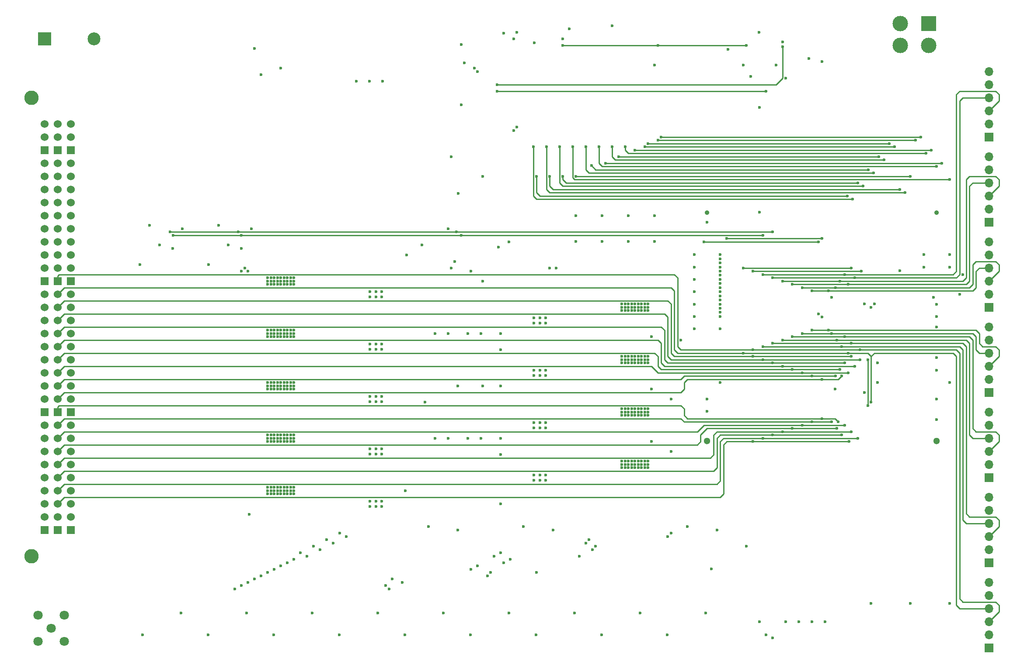
<source format=gbr>
G04 #@! TF.FileFunction,Copper,L2,Inr,Signal*
%FSLAX46Y46*%
G04 Gerber Fmt 4.6, Leading zero omitted, Abs format (unit mm)*
G04 Created by KiCad (PCBNEW 4.0.6) date Mon Aug  6 17:48:55 2018*
%MOMM*%
%LPD*%
G01*
G04 APERTURE LIST*
%ADD10C,0.100000*%
%ADD11R,2.500000X2.500000*%
%ADD12C,2.500000*%
%ADD13R,3.000000X3.000000*%
%ADD14C,3.000000*%
%ADD15R,1.700000X1.700000*%
%ADD16O,1.700000X1.700000*%
%ADD17C,2.800000*%
%ADD18R,1.524000X1.524000*%
%ADD19C,1.524000*%
%ADD20C,1.798320*%
%ADD21C,1.795780*%
%ADD22C,1.300000*%
%ADD23C,0.900000*%
%ADD24C,0.600000*%
%ADD25C,0.250000*%
G04 APERTURE END LIST*
D10*
D11*
X106680000Y-57150000D03*
D12*
X116200000Y-57150000D03*
D13*
X277815000Y-54220000D03*
D14*
X277815000Y-58420000D03*
X272315000Y-54220000D03*
X272315000Y-58420000D03*
D15*
X289560000Y-76200000D03*
D16*
X289560000Y-73660000D03*
X289560000Y-71120000D03*
X289560000Y-68580000D03*
X289560000Y-66040000D03*
X289560000Y-63500000D03*
D15*
X289560000Y-92710000D03*
D16*
X289560000Y-90170000D03*
X289560000Y-87630000D03*
X289560000Y-85090000D03*
X289560000Y-82550000D03*
X289560000Y-80010000D03*
D15*
X289560000Y-109220000D03*
D16*
X289560000Y-106680000D03*
X289560000Y-104140000D03*
X289560000Y-101600000D03*
X289560000Y-99060000D03*
X289560000Y-96520000D03*
D15*
X289560000Y-125730000D03*
D16*
X289560000Y-123190000D03*
X289560000Y-120650000D03*
X289560000Y-118110000D03*
X289560000Y-115570000D03*
X289560000Y-113030000D03*
D15*
X289560000Y-142240000D03*
D16*
X289560000Y-139700000D03*
X289560000Y-137160000D03*
X289560000Y-134620000D03*
X289560000Y-132080000D03*
X289560000Y-129540000D03*
D15*
X289560000Y-158750000D03*
D16*
X289560000Y-156210000D03*
X289560000Y-153670000D03*
X289560000Y-151130000D03*
X289560000Y-148590000D03*
X289560000Y-146050000D03*
D15*
X289560000Y-175260000D03*
D16*
X289560000Y-172720000D03*
X289560000Y-170180000D03*
X289560000Y-167640000D03*
X289560000Y-165100000D03*
X289560000Y-162560000D03*
D17*
X104140000Y-68580000D03*
X104140000Y-157480000D03*
D18*
X111760000Y-152400000D03*
D19*
X111760000Y-149860000D03*
X111760000Y-147320000D03*
X111760000Y-144780000D03*
X111760000Y-142240000D03*
X111760000Y-139700000D03*
X111760000Y-137160000D03*
X111760000Y-134620000D03*
X111760000Y-132080000D03*
D18*
X111760000Y-129540000D03*
D19*
X111760000Y-127000000D03*
X111760000Y-124460000D03*
X111760000Y-121920000D03*
X111760000Y-119380000D03*
X111760000Y-116840000D03*
X111760000Y-114300000D03*
X111760000Y-111760000D03*
X111760000Y-109220000D03*
X111760000Y-106680000D03*
D18*
X111760000Y-104140000D03*
D19*
X111760000Y-101600000D03*
X111760000Y-99060000D03*
X111760000Y-96520000D03*
X111760000Y-93980000D03*
X111760000Y-91440000D03*
X111760000Y-88900000D03*
X111760000Y-86360000D03*
X111760000Y-83820000D03*
X111760000Y-81280000D03*
D18*
X111760000Y-78740000D03*
D19*
X111760000Y-76200000D03*
X111760000Y-73660000D03*
D18*
X109220000Y-152400000D03*
D19*
X109220000Y-149860000D03*
X109220000Y-147320000D03*
X109220000Y-144780000D03*
X109220000Y-142240000D03*
X109220000Y-139700000D03*
X109220000Y-137160000D03*
X109220000Y-134620000D03*
X109220000Y-132080000D03*
D18*
X109220000Y-129540000D03*
D19*
X109220000Y-127000000D03*
X109220000Y-124460000D03*
X109220000Y-121920000D03*
X109220000Y-119380000D03*
X109220000Y-116840000D03*
X109220000Y-114300000D03*
X109220000Y-111760000D03*
X109220000Y-109220000D03*
X109220000Y-106680000D03*
D18*
X109220000Y-104140000D03*
D19*
X109220000Y-101600000D03*
X109220000Y-99060000D03*
X109220000Y-96520000D03*
X109220000Y-93980000D03*
X109220000Y-91440000D03*
X109220000Y-88900000D03*
X109220000Y-86360000D03*
X109220000Y-83820000D03*
X109220000Y-81280000D03*
D18*
X109220000Y-78740000D03*
D19*
X109220000Y-76200000D03*
X109220000Y-73660000D03*
D18*
X106680000Y-152400000D03*
D19*
X106680000Y-149860000D03*
X106680000Y-147320000D03*
X106680000Y-144780000D03*
X106680000Y-142240000D03*
X106680000Y-139700000D03*
X106680000Y-137160000D03*
X106680000Y-134620000D03*
X106680000Y-132080000D03*
D18*
X106680000Y-129540000D03*
D19*
X106680000Y-127000000D03*
X106680000Y-124460000D03*
X106680000Y-121920000D03*
X106680000Y-119380000D03*
X106680000Y-116840000D03*
X106680000Y-114300000D03*
X106680000Y-111760000D03*
X106680000Y-109220000D03*
X106680000Y-106680000D03*
D18*
X106680000Y-104140000D03*
D19*
X106680000Y-101600000D03*
X106680000Y-99060000D03*
X106680000Y-96520000D03*
X106680000Y-93980000D03*
X106680000Y-91440000D03*
X106680000Y-88900000D03*
X106680000Y-86360000D03*
X106680000Y-83820000D03*
X106680000Y-81280000D03*
D18*
X106680000Y-78740000D03*
D19*
X106680000Y-76200000D03*
X106680000Y-73660000D03*
D20*
X107950000Y-171450000D03*
D21*
X110490000Y-168910000D03*
X105410000Y-168910000D03*
X105410000Y-173990000D03*
X110490000Y-173990000D03*
D22*
X279406350Y-135130000D03*
D23*
X279406350Y-90930000D03*
D22*
X234956350Y-135130000D03*
D23*
X234956350Y-90930000D03*
D24*
X189230000Y-102235000D03*
X186055000Y-100330000D03*
X242570000Y-155575000D03*
X235729998Y-159990000D03*
X210185000Y-157480000D03*
X201930000Y-160640000D03*
X196850000Y-158115000D03*
X195580000Y-56110000D03*
X278765000Y-107315000D03*
X237456350Y-123830000D03*
X276906350Y-101430000D03*
X276906350Y-99030000D03*
X281906350Y-99030000D03*
X183835000Y-168545000D03*
X232456350Y-108630000D03*
X232456350Y-111030000D03*
X232456350Y-113430000D03*
X237456350Y-106230000D03*
X237456350Y-108630000D03*
X237456350Y-103830000D03*
X232456350Y-106230000D03*
X232456350Y-103830000D03*
X232456350Y-99030000D03*
X232456350Y-101430000D03*
X237456350Y-101430000D03*
X237456350Y-99030000D03*
X237456350Y-111030000D03*
X237456350Y-113430000D03*
X281906350Y-123830000D03*
X272288000Y-102108000D03*
X284480000Y-102870000D03*
X283845000Y-106680000D03*
X281906350Y-101430000D03*
X234950000Y-127030000D03*
X234950000Y-129430000D03*
X279400000Y-111030000D03*
X279400000Y-108630000D03*
X279400000Y-113030000D03*
X279400000Y-121430000D03*
X279400000Y-119030000D03*
X279400000Y-131030000D03*
X279400000Y-127030000D03*
X229870000Y-115570000D03*
X227965000Y-127000000D03*
X227965000Y-137160000D03*
X257810000Y-170200000D03*
X255270000Y-170200000D03*
X252730000Y-170200000D03*
X250190000Y-170200000D03*
X245110000Y-170200000D03*
X234635000Y-168545000D03*
X221935000Y-168545000D03*
X209235000Y-168545000D03*
X196535000Y-168545000D03*
X171135000Y-168545000D03*
X158435000Y-168545000D03*
X145735000Y-168545000D03*
X133035000Y-168545000D03*
X149860000Y-160655000D03*
X163830000Y-153035000D03*
X161290000Y-154305000D03*
X158750000Y-155575000D03*
X156210000Y-156845000D03*
X154940000Y-158115000D03*
X152400000Y-159385000D03*
X147320000Y-161925000D03*
X144780000Y-163195000D03*
X212090000Y-154305000D03*
X213360000Y-155575000D03*
X194945000Y-156845000D03*
X190500000Y-159385000D03*
X172720000Y-163195000D03*
X127000000Y-93345000D03*
X140335000Y-93345000D03*
X146304000Y-149352000D03*
X186690000Y-124460000D03*
X180340000Y-127635000D03*
X176530000Y-144780000D03*
X194945000Y-137795000D03*
X194945000Y-134620000D03*
X194945000Y-124460000D03*
X191500000Y-124460000D03*
X194945000Y-117475000D03*
X194945000Y-114300000D03*
X185420000Y-101600000D03*
X179705000Y-97155000D03*
X185420000Y-80010000D03*
X186788480Y-87152133D03*
X191516000Y-83820000D03*
X191500000Y-104140000D03*
X194564000Y-97536000D03*
X125095000Y-100965000D03*
X133350000Y-93980000D03*
X131445000Y-97790000D03*
X128905000Y-97155000D03*
X146685000Y-93980000D03*
X142240000Y-97155000D03*
X144780000Y-97790000D03*
X138430000Y-100965000D03*
X259715000Y-125095000D03*
X267970000Y-123825000D03*
X239030000Y-59245000D03*
X216535000Y-54610000D03*
X147320000Y-59055000D03*
X152400000Y-62865000D03*
X172085000Y-65420000D03*
X169545000Y-65420000D03*
X167005000Y-65420000D03*
X208280000Y-55245000D03*
X250180010Y-64770000D03*
X201455000Y-57973000D03*
X187325000Y-69961000D03*
X187960000Y-61860000D03*
X187325000Y-58309000D03*
X184785000Y-93980000D03*
X191135000Y-134620000D03*
X188595000Y-134620000D03*
X184785000Y-134620000D03*
X182245000Y-134620000D03*
X191135000Y-114300000D03*
X188595000Y-114300000D03*
X182245000Y-114300000D03*
X184785000Y-114300000D03*
X194945000Y-147320000D03*
X259080000Y-107315000D03*
X249555000Y-57785000D03*
X203708000Y-112268000D03*
X203708000Y-122428000D03*
X203708000Y-132588000D03*
X202565000Y-112268000D03*
X202565000Y-122428000D03*
X202565000Y-132588000D03*
X201422000Y-112268000D03*
X201422000Y-122428000D03*
X201422000Y-132588000D03*
X201422000Y-111252000D03*
X201422000Y-121412000D03*
X201422000Y-131572000D03*
X202565000Y-111252000D03*
X202565000Y-121412000D03*
X202565000Y-131572000D03*
X203708000Y-111252000D03*
X203708000Y-121412000D03*
X203708000Y-131572000D03*
X203708000Y-142748000D03*
X202565000Y-142748000D03*
X201422000Y-142748000D03*
X201422000Y-141732000D03*
X202565000Y-141732000D03*
X203708000Y-141732000D03*
X171958000Y-106172000D03*
X171958000Y-107188000D03*
X170815000Y-107188000D03*
X170815000Y-106172000D03*
X169672000Y-107188000D03*
X169672000Y-106172000D03*
X171958000Y-116332000D03*
X171958000Y-126492000D03*
X171958000Y-136652000D03*
X169672000Y-117348000D03*
X169672000Y-127508000D03*
X169672000Y-137668000D03*
X170815000Y-117348000D03*
X170815000Y-127508000D03*
X170815000Y-137668000D03*
X171958000Y-117348000D03*
X171958000Y-127508000D03*
X171958000Y-137668000D03*
X170815000Y-116332000D03*
X170815000Y-126492000D03*
X170815000Y-136652000D03*
X169672000Y-116332000D03*
X169672000Y-126492000D03*
X169672000Y-136652000D03*
X171958000Y-147828000D03*
X171958000Y-146812000D03*
X170815000Y-146812000D03*
X169672000Y-146812000D03*
X170815000Y-147828000D03*
X169672000Y-147828000D03*
X193040000Y-160655000D03*
X173990000Y-161925000D03*
X227965000Y-153035000D03*
X197485000Y-74930000D03*
X197485000Y-57150000D03*
X176784000Y-99060000D03*
X148590000Y-64135000D03*
X245110000Y-90805000D03*
X234950000Y-92710000D03*
X245110000Y-70485000D03*
X241935000Y-62230000D03*
X224790000Y-62230000D03*
X207010000Y-57150000D03*
X243384000Y-64455000D03*
X198120000Y-55880000D03*
X198120000Y-74295000D03*
X125635000Y-172720000D03*
X227235000Y-172720000D03*
X214535000Y-172720000D03*
X201835000Y-172720000D03*
X189135000Y-172720000D03*
X176435000Y-172720000D03*
X163735000Y-172720000D03*
X151035000Y-172720000D03*
X138335000Y-172720000D03*
X196596000Y-96520000D03*
X245030000Y-55880000D03*
X275336000Y-76835000D03*
X225425000Y-76835000D03*
X276352000Y-76200000D03*
X226060000Y-76200000D03*
X270256000Y-77470000D03*
X223520000Y-77470000D03*
X277368000Y-79375000D03*
X219075000Y-78105000D03*
X278384000Y-78740000D03*
X220980000Y-78740000D03*
X268224000Y-80010000D03*
X217805000Y-80010000D03*
X267208000Y-83185000D03*
X211455000Y-78105000D03*
X274320000Y-83820000D03*
X209550000Y-83820000D03*
X265176000Y-85725000D03*
X206375000Y-78105000D03*
X264160000Y-85090000D03*
X207010000Y-83820000D03*
X273304000Y-86995000D03*
X203835000Y-78105000D03*
X272288000Y-86360000D03*
X204470000Y-83820000D03*
X263144000Y-88265000D03*
X201295000Y-78105000D03*
X219710000Y-91455000D03*
X237456350Y-102230000D03*
X219710000Y-96505000D03*
X237456350Y-103030000D03*
X214630000Y-91455000D03*
X237456350Y-104630000D03*
X237456350Y-109430000D03*
X205678000Y-101600000D03*
X237456350Y-110230000D03*
X204470000Y-101600000D03*
X151130000Y-104775000D03*
X151130000Y-104140000D03*
X150495000Y-104775000D03*
X149860000Y-104775000D03*
X154940000Y-103505000D03*
X154940000Y-104775000D03*
X154305000Y-103505000D03*
X154305000Y-104775000D03*
X154305000Y-104140000D03*
X154940000Y-104140000D03*
X153670000Y-104775000D03*
X152400000Y-103505000D03*
X151765000Y-104140000D03*
X152400000Y-104140000D03*
X152400000Y-104775000D03*
X151765000Y-104775000D03*
X151765000Y-103505000D03*
X153670000Y-103505000D03*
X153670000Y-104140000D03*
X153035000Y-103505000D03*
X153035000Y-104140000D03*
X153035000Y-104775000D03*
X151130000Y-103505000D03*
X149860000Y-103505000D03*
X149860000Y-104140000D03*
X150495000Y-104140000D03*
X150495000Y-103505000D03*
X218440000Y-109855000D03*
X218440000Y-108585000D03*
X219075000Y-108585000D03*
X219075000Y-109220000D03*
X219075000Y-109855000D03*
X218440000Y-109220000D03*
X219710000Y-109855000D03*
X219710000Y-108585000D03*
X219710000Y-109220000D03*
X220345000Y-109855000D03*
X220345000Y-109220000D03*
X220345000Y-108585000D03*
X220980000Y-109855000D03*
X221615000Y-109855000D03*
X221615000Y-108585000D03*
X220980000Y-108585000D03*
X221615000Y-109220000D03*
X220980000Y-109220000D03*
X222250000Y-108585000D03*
X222250000Y-109855000D03*
X223520000Y-109855000D03*
X223520000Y-109220000D03*
X222885000Y-109220000D03*
X222250000Y-109220000D03*
X222885000Y-108585000D03*
X223520000Y-108585000D03*
X222885000Y-109855000D03*
X151130000Y-114935000D03*
X151130000Y-114300000D03*
X150495000Y-114935000D03*
X149860000Y-114935000D03*
X154940000Y-113665000D03*
X154940000Y-114935000D03*
X154305000Y-113665000D03*
X154305000Y-114935000D03*
X154305000Y-114300000D03*
X154940000Y-114300000D03*
X153670000Y-114935000D03*
X152400000Y-113665000D03*
X151765000Y-114300000D03*
X152400000Y-114300000D03*
X152400000Y-114935000D03*
X151765000Y-114935000D03*
X151765000Y-113665000D03*
X153670000Y-113665000D03*
X153670000Y-114300000D03*
X153035000Y-113665000D03*
X153035000Y-114300000D03*
X153035000Y-114935000D03*
X151130000Y-113665000D03*
X149860000Y-113665000D03*
X149860000Y-114300000D03*
X150495000Y-114300000D03*
X150495000Y-113665000D03*
X218440000Y-120015000D03*
X218440000Y-118745000D03*
X219075000Y-118745000D03*
X219075000Y-119380000D03*
X219075000Y-120015000D03*
X218440000Y-119380000D03*
X219710000Y-120015000D03*
X219710000Y-118745000D03*
X219710000Y-119380000D03*
X220345000Y-120015000D03*
X220345000Y-119380000D03*
X220345000Y-118745000D03*
X220980000Y-120015000D03*
X221615000Y-120015000D03*
X221615000Y-118745000D03*
X220980000Y-118745000D03*
X221615000Y-119380000D03*
X220980000Y-119380000D03*
X222250000Y-118745000D03*
X222250000Y-120015000D03*
X223520000Y-120015000D03*
X223520000Y-119380000D03*
X222885000Y-119380000D03*
X222250000Y-119380000D03*
X222885000Y-118745000D03*
X223520000Y-118745000D03*
X222885000Y-120015000D03*
X151130000Y-125095000D03*
X151130000Y-124460000D03*
X150495000Y-125095000D03*
X149860000Y-125095000D03*
X154940000Y-123825000D03*
X154940000Y-125095000D03*
X154305000Y-123825000D03*
X154305000Y-125095000D03*
X154305000Y-124460000D03*
X154940000Y-124460000D03*
X153670000Y-125095000D03*
X152400000Y-123825000D03*
X151765000Y-124460000D03*
X152400000Y-124460000D03*
X152400000Y-125095000D03*
X151765000Y-125095000D03*
X151765000Y-123825000D03*
X153670000Y-123825000D03*
X153670000Y-124460000D03*
X153035000Y-123825000D03*
X153035000Y-124460000D03*
X153035000Y-125095000D03*
X151130000Y-123825000D03*
X149860000Y-123825000D03*
X149860000Y-124460000D03*
X150495000Y-124460000D03*
X150495000Y-123825000D03*
X218440000Y-130175000D03*
X218440000Y-128905000D03*
X219075000Y-128905000D03*
X219075000Y-129540000D03*
X219075000Y-130175000D03*
X218440000Y-129540000D03*
X219710000Y-130175000D03*
X219710000Y-128905000D03*
X219710000Y-129540000D03*
X220345000Y-130175000D03*
X220345000Y-129540000D03*
X220345000Y-128905000D03*
X220980000Y-130175000D03*
X221615000Y-130175000D03*
X221615000Y-128905000D03*
X220980000Y-128905000D03*
X221615000Y-129540000D03*
X220980000Y-129540000D03*
X222250000Y-128905000D03*
X222250000Y-130175000D03*
X223520000Y-130175000D03*
X223520000Y-129540000D03*
X222885000Y-129540000D03*
X222250000Y-129540000D03*
X222885000Y-128905000D03*
X223520000Y-128905000D03*
X222885000Y-130175000D03*
X151130000Y-135255000D03*
X151130000Y-134620000D03*
X150495000Y-135255000D03*
X149860000Y-135255000D03*
X154940000Y-133985000D03*
X154940000Y-135255000D03*
X154305000Y-133985000D03*
X154305000Y-135255000D03*
X154305000Y-134620000D03*
X154940000Y-134620000D03*
X153670000Y-135255000D03*
X152400000Y-133985000D03*
X151765000Y-134620000D03*
X152400000Y-134620000D03*
X152400000Y-135255000D03*
X151765000Y-135255000D03*
X151765000Y-133985000D03*
X153670000Y-133985000D03*
X153670000Y-134620000D03*
X153035000Y-133985000D03*
X153035000Y-134620000D03*
X153035000Y-135255000D03*
X151130000Y-133985000D03*
X149860000Y-133985000D03*
X149860000Y-134620000D03*
X150495000Y-134620000D03*
X150495000Y-133985000D03*
X223520000Y-139065000D03*
X222885000Y-139065000D03*
X222250000Y-139065000D03*
X221615000Y-139065000D03*
X220980000Y-139065000D03*
X220980000Y-139700000D03*
X221615000Y-139700000D03*
X222250000Y-139700000D03*
X222885000Y-139700000D03*
X223520000Y-139700000D03*
X223520000Y-140335000D03*
X222885000Y-140335000D03*
X222250000Y-140335000D03*
X221615000Y-140335000D03*
X220980000Y-140335000D03*
X220345000Y-140335000D03*
X220345000Y-139700000D03*
X220345000Y-139065000D03*
X219710000Y-139065000D03*
X219710000Y-139700000D03*
X219710000Y-140335000D03*
X219075000Y-140335000D03*
X219075000Y-139700000D03*
X219075000Y-139065000D03*
X218440000Y-139065000D03*
X218440000Y-139700000D03*
X218440000Y-140335000D03*
X149860000Y-145415000D03*
X150495000Y-145415000D03*
X151130000Y-145415000D03*
X151765000Y-145415000D03*
X152400000Y-145415000D03*
X153035000Y-145415000D03*
X153670000Y-145415000D03*
X154305000Y-145415000D03*
X154940000Y-145415000D03*
X154940000Y-144780000D03*
X154305000Y-144780000D03*
X153670000Y-144780000D03*
X153035000Y-144780000D03*
X152400000Y-144780000D03*
X151765000Y-144780000D03*
X151130000Y-144780000D03*
X150495000Y-144780000D03*
X149860000Y-144780000D03*
X149860000Y-144145000D03*
X150495000Y-144145000D03*
X151130000Y-144145000D03*
X151765000Y-144145000D03*
X152400000Y-144145000D03*
X153035000Y-144145000D03*
X153670000Y-144145000D03*
X154305000Y-144145000D03*
X154940000Y-144145000D03*
X262890000Y-118745000D03*
X243840000Y-118745000D03*
X264550990Y-119380000D03*
X245745000Y-119380000D03*
X247650000Y-120015000D03*
X261620000Y-120015000D03*
X249555000Y-120650000D03*
X263525000Y-120650000D03*
X251460000Y-121285000D03*
X260694998Y-121285000D03*
X253365000Y-121920000D03*
X262255000Y-121920000D03*
X255270000Y-122555000D03*
X259850000Y-122555000D03*
X257175000Y-123190000D03*
X260985000Y-122555000D03*
X257175000Y-130810000D03*
X260350000Y-131445000D03*
X259080000Y-131445000D03*
X255270000Y-131445000D03*
X253365000Y-132080000D03*
X261620000Y-132080000D03*
X251460000Y-132715000D03*
X260044998Y-132715000D03*
X249555000Y-133350000D03*
X262890000Y-133350000D03*
X247650000Y-133985000D03*
X260970000Y-133985000D03*
X245745000Y-134620000D03*
X264160000Y-134620000D03*
X262465736Y-135255000D03*
X243840000Y-135255000D03*
X187325000Y-95250000D03*
X131572000Y-95250000D03*
X245745000Y-95250000D03*
X144780000Y-95250000D03*
X261620000Y-102870000D03*
X245745000Y-102870000D03*
X186436000Y-94615000D03*
X130937000Y-94615000D03*
X247650000Y-94615000D03*
X144145000Y-94615000D03*
X263525000Y-103505000D03*
X247650000Y-103505000D03*
X199390000Y-151765000D03*
X180975000Y-151765000D03*
X189865000Y-62865000D03*
X231140000Y-151765000D03*
X260694998Y-104140000D03*
X249555000Y-104140000D03*
X205105000Y-152400000D03*
X190500000Y-63500000D03*
X186690000Y-152400000D03*
X236855000Y-152400000D03*
X262255000Y-104775000D03*
X251460000Y-104775000D03*
X259850000Y-105410000D03*
X253365000Y-105410000D03*
X258445000Y-106045000D03*
X255270000Y-106045000D03*
X258445000Y-113665000D03*
X255270000Y-113665000D03*
X259080000Y-114300000D03*
X253365000Y-114300000D03*
X261620000Y-114935000D03*
X251460000Y-114935000D03*
X260044998Y-115570000D03*
X249555000Y-115570000D03*
X262890000Y-116205000D03*
X247650000Y-116205000D03*
X260970000Y-116840000D03*
X245745000Y-116840000D03*
X264545000Y-117475000D03*
X266065000Y-119380000D03*
X266065000Y-128270000D03*
X243840000Y-117475000D03*
X266700000Y-127635000D03*
X262255000Y-118110000D03*
X241935000Y-118110000D03*
X238760226Y-95882909D03*
X257175000Y-111125000D03*
X257175000Y-95885000D03*
X247650000Y-173355000D03*
X257175000Y-61595000D03*
X256540000Y-110490000D03*
X246380000Y-172720000D03*
X256540000Y-96520000D03*
X234315000Y-96520000D03*
X254635000Y-60960000D03*
X224155000Y-135255000D03*
X144780000Y-102235000D03*
X224155000Y-125095000D03*
X145415000Y-101600000D03*
X224155000Y-114935000D03*
X146050000Y-102235000D03*
X246380000Y-67310000D03*
X194310000Y-67310000D03*
X249555000Y-58735000D03*
X194310000Y-66040000D03*
X242570000Y-58420000D03*
X225425000Y-58420000D03*
X207010000Y-58420000D03*
X265430000Y-125730000D03*
X265430000Y-108585000D03*
X262890000Y-101600000D03*
X241935000Y-101600000D03*
X264795000Y-102235000D03*
X243840000Y-102235000D03*
X271272000Y-78105000D03*
X222885000Y-78105000D03*
X269240000Y-80645000D03*
X216535000Y-78105000D03*
X279400000Y-81915000D03*
X213995000Y-78105000D03*
X215265000Y-81280000D03*
X280416000Y-81280000D03*
X266192000Y-82550000D03*
X212583000Y-81773000D03*
X281940000Y-84455000D03*
X208915000Y-78105000D03*
X262128000Y-87630000D03*
X201930000Y-83820000D03*
X224790000Y-91455000D03*
X237456350Y-99830000D03*
X224790000Y-96505000D03*
X237456350Y-100630000D03*
X214630000Y-96505000D03*
X237456350Y-105430000D03*
X209550000Y-91455000D03*
X237456350Y-107030000D03*
X209550000Y-96505000D03*
X237456350Y-107830000D03*
X173355000Y-163830000D03*
X143510000Y-163830000D03*
X175895000Y-162560000D03*
X146050000Y-162560000D03*
X148590000Y-161290000D03*
X192405000Y-161290000D03*
X151130000Y-160020000D03*
X189230000Y-160020000D03*
X195580000Y-158750000D03*
X153670000Y-158750000D03*
X193675000Y-157480000D03*
X157480000Y-157480000D03*
X160020000Y-156210000D03*
X212725000Y-156210000D03*
X162560000Y-154940000D03*
X211455000Y-154940000D03*
X248285000Y-62230000D03*
X165100000Y-153670000D03*
X227330000Y-153670000D03*
X266700000Y-166690000D03*
X267970000Y-119994540D03*
X281940000Y-166690000D03*
X267335000Y-108585000D03*
X274320000Y-166690000D03*
X266715227Y-109219393D03*
D25*
X225425000Y-76835000D02*
X275336000Y-76835000D01*
X226060000Y-76200000D02*
X276352000Y-76200000D01*
X223520000Y-77470000D02*
X270256000Y-77470000D01*
X277368000Y-79375000D02*
X219710000Y-79375000D01*
X219075000Y-78740000D02*
X219710000Y-79375000D01*
X219075000Y-78105000D02*
X219075000Y-78740000D01*
X220980000Y-78740000D02*
X278384000Y-78740000D01*
X217805000Y-80010000D02*
X268224000Y-80010000D01*
X212090000Y-83185000D02*
X267208000Y-83185000D01*
X211455000Y-82550000D02*
X212090000Y-83185000D01*
X211455000Y-78105000D02*
X211455000Y-82550000D01*
X274320000Y-83820000D02*
X209550000Y-83820000D01*
X207010000Y-85725000D02*
X265176000Y-85725000D01*
X206375000Y-85090000D02*
X207010000Y-85725000D01*
X206375000Y-78105000D02*
X206375000Y-85090000D01*
X207645000Y-85090000D02*
X264160000Y-85090000D01*
X207010000Y-84455000D02*
X207645000Y-85090000D01*
X207010000Y-83820000D02*
X207010000Y-84455000D01*
X204470000Y-86995000D02*
X273304000Y-86995000D01*
X203835000Y-86360000D02*
X204470000Y-86995000D01*
X203835000Y-78105000D02*
X203835000Y-86360000D01*
X205105000Y-86360000D02*
X272288000Y-86360000D01*
X204470000Y-85725000D02*
X205105000Y-86360000D01*
X204470000Y-83820000D02*
X204470000Y-85725000D01*
X201930000Y-88265000D02*
X263144000Y-88265000D01*
X201295000Y-87630000D02*
X201930000Y-88265000D01*
X201295000Y-78105000D02*
X201295000Y-87630000D01*
X243840000Y-118745000D02*
X228600000Y-118745000D01*
X228600000Y-118745000D02*
X227965000Y-118110000D01*
X227965000Y-118110000D02*
X227965000Y-108585000D01*
X227965000Y-108585000D02*
X227330000Y-107950000D01*
X227330000Y-107950000D02*
X110490000Y-107950000D01*
X110490000Y-107950000D02*
X109220000Y-109220000D01*
X262890000Y-118745000D02*
X243840000Y-118745000D01*
X245745000Y-119380000D02*
X227965000Y-119380000D01*
X227965000Y-119380000D02*
X227330000Y-118745000D01*
X227330000Y-118745000D02*
X227330000Y-111125000D01*
X227330000Y-111125000D02*
X226695000Y-110490000D01*
X226695000Y-110490000D02*
X110490000Y-110490000D01*
X110490000Y-110490000D02*
X109220000Y-111760000D01*
X245745000Y-119380000D02*
X264550990Y-119380000D01*
X247650000Y-120015000D02*
X227330000Y-120015000D01*
X227330000Y-120015000D02*
X226695000Y-119380000D01*
X226695000Y-119380000D02*
X226695000Y-113665000D01*
X226695000Y-113665000D02*
X226060000Y-113030000D01*
X226060000Y-113030000D02*
X110490000Y-113030000D01*
X110490000Y-113030000D02*
X109220000Y-114300000D01*
X247650000Y-120015000D02*
X261620000Y-120015000D01*
X249555000Y-120650000D02*
X226695000Y-120650000D01*
X226060000Y-116205000D02*
X225425000Y-115570000D01*
X226695000Y-120650000D02*
X226060000Y-120015000D01*
X226060000Y-120015000D02*
X226060000Y-116205000D01*
X225425000Y-115570000D02*
X110490000Y-115570000D01*
X110490000Y-115570000D02*
X109220000Y-116840000D01*
X263525000Y-120650000D02*
X249555000Y-120650000D01*
X251460000Y-121285000D02*
X226060000Y-121285000D01*
X226060000Y-121285000D02*
X225425000Y-120650000D01*
X225425000Y-120650000D02*
X225425000Y-118745000D01*
X224790000Y-118110000D02*
X110490000Y-118110000D01*
X225425000Y-118745000D02*
X224790000Y-118110000D01*
X110490000Y-118110000D02*
X109220000Y-119380000D01*
X260694998Y-121285000D02*
X251460000Y-121285000D01*
X253365000Y-121920000D02*
X225425000Y-121920000D01*
X110490000Y-120650000D02*
X109220000Y-121920000D01*
X225425000Y-121920000D02*
X224155000Y-120650000D01*
X224155000Y-120650000D02*
X110490000Y-120650000D01*
X262255000Y-121920000D02*
X253365000Y-121920000D01*
X259850000Y-122555000D02*
X255270000Y-122555000D01*
X110490000Y-123190000D02*
X109220000Y-124460000D01*
X229870000Y-123190000D02*
X110490000Y-123190000D01*
X229870000Y-123190000D02*
X230505000Y-122555000D01*
X255270000Y-122555000D02*
X230505000Y-122555000D01*
X260350000Y-123190000D02*
X257175000Y-123190000D01*
X257175000Y-123190000D02*
X231140000Y-123190000D01*
X230505000Y-123825000D02*
X231140000Y-123190000D01*
X230505000Y-125095000D02*
X230505000Y-123825000D01*
X229870000Y-125730000D02*
X230505000Y-125095000D01*
X110490000Y-125730000D02*
X109220000Y-127000000D01*
X229870000Y-125730000D02*
X110490000Y-125730000D01*
X260985000Y-122555000D02*
X260350000Y-123190000D01*
X257175000Y-130810000D02*
X259715000Y-130810000D01*
X109220000Y-129540000D02*
X109220000Y-128528000D01*
X109220000Y-128528000D02*
X109478000Y-128270000D01*
X109478000Y-128270000D02*
X229870000Y-128270000D01*
X230505000Y-128905000D02*
X229870000Y-128270000D01*
X230505000Y-130175000D02*
X230505000Y-128905000D01*
X257175000Y-130810000D02*
X231140000Y-130810000D01*
X231140000Y-130810000D02*
X230505000Y-130175000D01*
X260350000Y-131445000D02*
X259715000Y-130810000D01*
X255270000Y-131445000D02*
X259080000Y-131445000D01*
X110490000Y-130810000D02*
X109220000Y-132080000D01*
X230505000Y-131445000D02*
X229870000Y-130810000D01*
X229870000Y-130810000D02*
X110490000Y-130810000D01*
X255270000Y-131445000D02*
X230505000Y-131445000D01*
X253365000Y-132080000D02*
X261620000Y-132080000D01*
X253365000Y-132080000D02*
X234315000Y-132080000D01*
X234315000Y-132080000D02*
X233045000Y-133350000D01*
X233045000Y-133350000D02*
X110490000Y-133350000D01*
X110490000Y-133350000D02*
X109220000Y-134620000D01*
X251460000Y-132715000D02*
X234950000Y-132715000D01*
X234950000Y-132715000D02*
X233680000Y-133985000D01*
X233680000Y-133985000D02*
X233680000Y-135255000D01*
X233680000Y-135255000D02*
X233045000Y-135890000D01*
X233045000Y-135890000D02*
X110490000Y-135890000D01*
X110490000Y-135890000D02*
X109220000Y-137160000D01*
X260044998Y-132715000D02*
X251460000Y-132715000D01*
X236855000Y-133350000D02*
X249555000Y-133350000D01*
X109220000Y-139700000D02*
X110490000Y-138430000D01*
X110490000Y-138430000D02*
X235585000Y-138430000D01*
X235585000Y-138430000D02*
X236220000Y-137795000D01*
X236220000Y-137795000D02*
X236220000Y-133985000D01*
X236220000Y-133985000D02*
X236855000Y-133350000D01*
X249555000Y-133350000D02*
X262890000Y-133350000D01*
X247650000Y-133985000D02*
X237490000Y-133985000D01*
X109220000Y-142240000D02*
X110490000Y-140970000D01*
X236220000Y-140970000D02*
X236855000Y-140335000D01*
X110490000Y-140970000D02*
X236220000Y-140970000D01*
X236855000Y-140335000D02*
X236855000Y-134620000D01*
X236855000Y-134620000D02*
X237490000Y-133985000D01*
X260970000Y-133985000D02*
X247650000Y-133985000D01*
X109220000Y-144780000D02*
X110490000Y-143510000D01*
X110490000Y-143510000D02*
X236855000Y-143510000D01*
X236855000Y-143510000D02*
X237490000Y-142875000D01*
X237490000Y-142875000D02*
X237490000Y-135255000D01*
X237490000Y-135255000D02*
X238125000Y-134620000D01*
X238125000Y-134620000D02*
X245745000Y-134620000D01*
X245745000Y-134620000D02*
X264160000Y-134620000D01*
X243840000Y-135255000D02*
X262465736Y-135255000D01*
X238760000Y-135255000D02*
X243840000Y-135255000D01*
X238760000Y-135255000D02*
X238125000Y-135890000D01*
X109220000Y-147320000D02*
X110490000Y-146050000D01*
X110490000Y-146050000D02*
X237490000Y-146050000D01*
X237490000Y-146050000D02*
X238125000Y-145415000D01*
X238125000Y-145415000D02*
X238125000Y-135890000D01*
X187325000Y-95250000D02*
X144780000Y-95250000D01*
X187325000Y-95250000D02*
X245745000Y-95250000D01*
X144780000Y-95250000D02*
X131572000Y-95250000D01*
X289560000Y-71120000D02*
X291465000Y-69215000D01*
X291465000Y-69215000D02*
X291465000Y-67945000D01*
X291465000Y-67945000D02*
X290830000Y-67310000D01*
X283845000Y-67310000D02*
X283210000Y-67945000D01*
X290830000Y-67310000D02*
X283845000Y-67310000D01*
X283210000Y-67945000D02*
X283210000Y-102235000D01*
X283210000Y-102235000D02*
X282575000Y-102870000D01*
X282575000Y-102870000D02*
X261620000Y-102870000D01*
X245745000Y-102870000D02*
X261620000Y-102870000D01*
X186436000Y-94615000D02*
X144145000Y-94615000D01*
X186436000Y-94615000D02*
X247650000Y-94615000D01*
X144145000Y-94615000D02*
X130937000Y-94615000D01*
X284480000Y-68580000D02*
X289560000Y-68580000D01*
X283845000Y-69215000D02*
X284480000Y-68580000D01*
X283845000Y-102870000D02*
X283845000Y-69215000D01*
X263525000Y-103505000D02*
X283210000Y-103505000D01*
X283210000Y-103505000D02*
X283845000Y-102870000D01*
X247650000Y-103505000D02*
X263525000Y-103505000D01*
X285115000Y-84455000D02*
X285115000Y-103505000D01*
X284480000Y-104140000D02*
X260694998Y-104140000D01*
X285115000Y-103505000D02*
X284480000Y-104140000D01*
X285750000Y-83820000D02*
X285115000Y-84455000D01*
X290830000Y-83820000D02*
X285750000Y-83820000D01*
X291465000Y-84455000D02*
X290830000Y-83820000D01*
X291465000Y-85725000D02*
X291465000Y-84455000D01*
X289560000Y-87630000D02*
X291465000Y-85725000D01*
X249555000Y-104140000D02*
X260694998Y-104140000D01*
X285115000Y-104775000D02*
X262255000Y-104775000D01*
X285750000Y-104140000D02*
X285115000Y-104775000D01*
X285750000Y-85725000D02*
X285750000Y-104140000D01*
X286385000Y-85090000D02*
X285750000Y-85725000D01*
X289560000Y-85090000D02*
X286385000Y-85090000D01*
X251460000Y-104775000D02*
X262255000Y-104775000D01*
X285750000Y-105410000D02*
X259850000Y-105410000D01*
X286385000Y-104775000D02*
X285750000Y-105410000D01*
X286385000Y-100965000D02*
X286385000Y-104775000D01*
X287020000Y-100330000D02*
X286385000Y-100965000D01*
X290830000Y-100330000D02*
X287020000Y-100330000D01*
X291465000Y-100965000D02*
X290830000Y-100330000D01*
X291465000Y-102235000D02*
X291465000Y-100965000D01*
X289560000Y-104140000D02*
X291465000Y-102235000D01*
X253365000Y-105410000D02*
X259850000Y-105410000D01*
X255270000Y-106045000D02*
X258445000Y-106045000D01*
X258445000Y-106045000D02*
X286385000Y-106045000D01*
X287655000Y-101600000D02*
X289560000Y-101600000D01*
X287020000Y-102235000D02*
X287655000Y-101600000D01*
X287020000Y-105410000D02*
X287020000Y-102235000D01*
X286385000Y-106045000D02*
X287020000Y-105410000D01*
X255270000Y-113665000D02*
X258445000Y-113665000D01*
X258445000Y-113665000D02*
X287020000Y-113665000D01*
X290830000Y-116840000D02*
X288290000Y-116840000D01*
X287655000Y-116205000D02*
X288290000Y-116840000D01*
X287655000Y-114300000D02*
X287655000Y-116205000D01*
X287020000Y-113665000D02*
X287655000Y-114300000D01*
X291465000Y-117475000D02*
X290830000Y-116840000D01*
X291465000Y-118745000D02*
X291465000Y-117475000D01*
X289560000Y-120650000D02*
X291465000Y-118745000D01*
X287655000Y-118110000D02*
X289560000Y-118110000D01*
X287020000Y-117475000D02*
X287655000Y-118110000D01*
X287020000Y-114935000D02*
X287020000Y-117475000D01*
X286385000Y-114300000D02*
X287020000Y-114935000D01*
X259080000Y-114300000D02*
X286385000Y-114300000D01*
X253365000Y-114300000D02*
X259080000Y-114300000D01*
X290830000Y-133350000D02*
X287020000Y-133350000D01*
X286385000Y-132715000D02*
X287020000Y-133350000D01*
X286385000Y-115570000D02*
X286385000Y-132715000D01*
X285750000Y-114935000D02*
X286385000Y-115570000D01*
X261620000Y-114935000D02*
X285750000Y-114935000D01*
X291465000Y-133985000D02*
X290830000Y-133350000D01*
X291465000Y-135255000D02*
X291465000Y-133985000D01*
X289560000Y-137160000D02*
X291465000Y-135255000D01*
X261620000Y-114935000D02*
X251460000Y-114935000D01*
X286385000Y-134620000D02*
X289560000Y-134620000D01*
X285750000Y-133985000D02*
X286385000Y-134620000D01*
X285750000Y-116205000D02*
X285750000Y-133985000D01*
X285115000Y-115570000D02*
X285750000Y-116205000D01*
X260044998Y-115570000D02*
X285115000Y-115570000D01*
X249555000Y-115570000D02*
X260044998Y-115570000D01*
X284480000Y-116205000D02*
X262890000Y-116205000D01*
X285115000Y-116840000D02*
X284480000Y-116205000D01*
X285115000Y-149225000D02*
X285115000Y-116840000D01*
X290830000Y-149860000D02*
X285750000Y-149860000D01*
X285750000Y-149860000D02*
X285115000Y-149225000D01*
X291465000Y-150495000D02*
X290830000Y-149860000D01*
X291465000Y-151765000D02*
X291465000Y-150495000D01*
X289560000Y-153670000D02*
X291465000Y-151765000D01*
X262890000Y-116205000D02*
X247650000Y-116205000D01*
X260970000Y-116840000D02*
X283845000Y-116840000D01*
X284480000Y-117475000D02*
X283845000Y-116840000D01*
X284480000Y-150495000D02*
X284480000Y-117475000D01*
X285115000Y-151130000D02*
X284480000Y-150495000D01*
X285115000Y-151130000D02*
X289560000Y-151130000D01*
X245745000Y-116840000D02*
X260970000Y-116840000D01*
X264545000Y-117475000D02*
X283210000Y-117475000D01*
X283845000Y-165735000D02*
X284480000Y-166370000D01*
X291465000Y-168275000D02*
X289560000Y-170180000D01*
X283210000Y-117475000D02*
X283845000Y-118110000D01*
X283845000Y-118110000D02*
X283845000Y-165735000D01*
X284480000Y-166370000D02*
X290830000Y-166370000D01*
X290830000Y-166370000D02*
X291465000Y-167005000D01*
X291465000Y-167005000D02*
X291465000Y-168275000D01*
X264545000Y-117475000D02*
X243840000Y-117475000D01*
X243840000Y-117475000D02*
X229870000Y-117475000D01*
X229870000Y-117475000D02*
X229235000Y-116840000D01*
X228600000Y-102870000D02*
X109478000Y-102870000D01*
X109220000Y-103128000D02*
X109220000Y-104140000D01*
X229235000Y-116840000D02*
X229235000Y-103505000D01*
X229235000Y-103505000D02*
X228600000Y-102870000D01*
X109478000Y-102870000D02*
X109220000Y-103128000D01*
X266065000Y-128270000D02*
X266065000Y-119380000D01*
X227965000Y-105410000D02*
X110490000Y-105410000D01*
X228600000Y-106045000D02*
X227965000Y-105410000D01*
X241935000Y-118110000D02*
X229235000Y-118110000D01*
X229235000Y-118110000D02*
X228600000Y-117475000D01*
X228600000Y-117475000D02*
X228600000Y-106045000D01*
X282575000Y-118110000D02*
X267335000Y-118110000D01*
X266700000Y-118745000D02*
X267335000Y-118110000D01*
X289560000Y-167640000D02*
X283845000Y-167640000D01*
X283845000Y-167640000D02*
X283210000Y-167005000D01*
X283210000Y-118745000D02*
X282575000Y-118110000D01*
X283210000Y-167005000D02*
X283210000Y-118745000D01*
X266065000Y-118110000D02*
X262255000Y-118110000D01*
X266700000Y-118745000D02*
X266065000Y-118110000D01*
X266700000Y-127635000D02*
X266700000Y-118745000D01*
X109220000Y-106680000D02*
X110490000Y-105410000D01*
X241935000Y-118110000D02*
X262255000Y-118110000D01*
X257175000Y-95885000D02*
X238760226Y-95882909D01*
X238760226Y-95882909D02*
X238760000Y-95885000D01*
X234315000Y-96520000D02*
X256540000Y-96520000D01*
X194310000Y-67310000D02*
X246380000Y-67310000D01*
X248285000Y-66040000D02*
X194310000Y-66040000D01*
X249555000Y-64770000D02*
X248285000Y-66040000D01*
X249555000Y-58735000D02*
X249555000Y-64770000D01*
X225425000Y-58420000D02*
X242570000Y-58420000D01*
X225425000Y-58420000D02*
X207010000Y-58420000D01*
X241935000Y-101600000D02*
X262890000Y-101600000D01*
X264795000Y-102235000D02*
X243840000Y-102235000D01*
X222885000Y-78105000D02*
X271272000Y-78105000D01*
X217170000Y-80645000D02*
X269240000Y-80645000D01*
X216535000Y-80010000D02*
X217170000Y-80645000D01*
X216535000Y-78105000D02*
X216535000Y-80010000D01*
X279400000Y-81915000D02*
X214630000Y-81915000D01*
X213995000Y-81280000D02*
X214630000Y-81915000D01*
X213995000Y-78105000D02*
X213995000Y-81280000D01*
X215265000Y-81280000D02*
X280416000Y-81280000D01*
X266192000Y-82550000D02*
X213360000Y-82550000D01*
X213360000Y-82550000D02*
X213370000Y-82540000D01*
X212583000Y-81773000D02*
X213360000Y-82550000D01*
X208915000Y-78105000D02*
X208915000Y-84110002D01*
X209259998Y-84455000D02*
X281940000Y-84455000D01*
X208915000Y-84110002D02*
X209259998Y-84455000D01*
X202565000Y-87630000D02*
X262128000Y-87630000D01*
X201930000Y-86995000D02*
X202565000Y-87630000D01*
X201930000Y-83820000D02*
X201930000Y-86995000D01*
M02*

</source>
